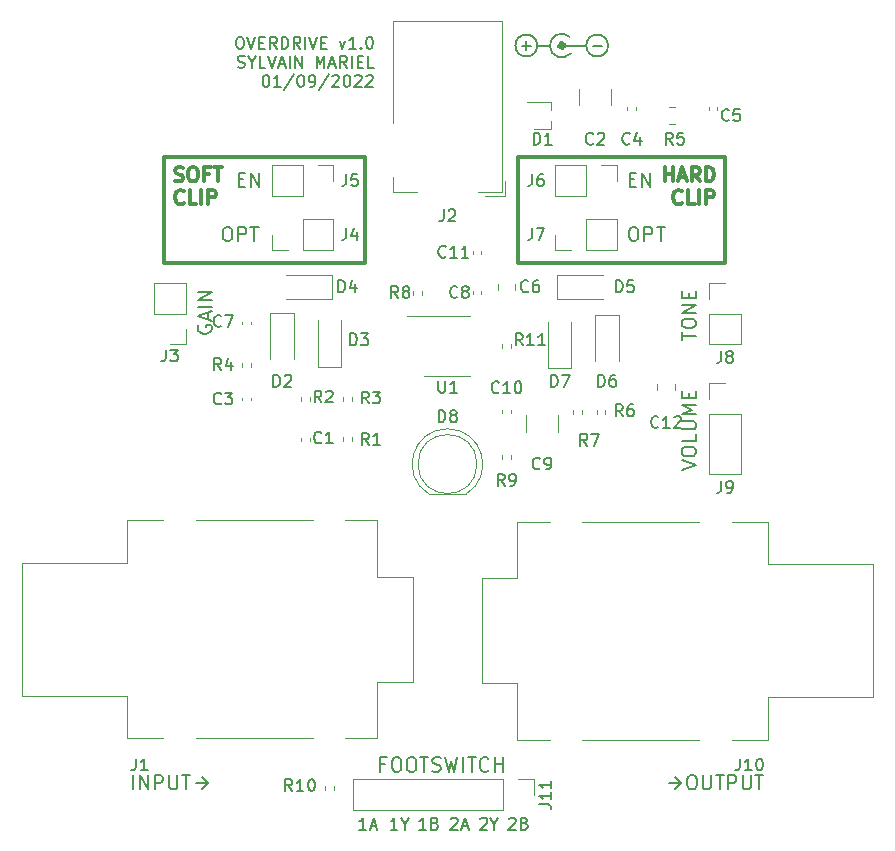
<source format=gbr>
%TF.GenerationSoftware,KiCad,Pcbnew,(6.0.7-1)-1*%
%TF.CreationDate,2022-12-18T15:37:26+01:00*%
%TF.ProjectId,overdrive,6f766572-6472-4697-9665-2e6b69636164,rev?*%
%TF.SameCoordinates,Original*%
%TF.FileFunction,Legend,Top*%
%TF.FilePolarity,Positive*%
%FSLAX46Y46*%
G04 Gerber Fmt 4.6, Leading zero omitted, Abs format (unit mm)*
G04 Created by KiCad (PCBNEW (6.0.7-1)-1) date 2022-12-18 15:37:26*
%MOMM*%
%LPD*%
G01*
G04 APERTURE LIST*
%ADD10C,0.200000*%
%ADD11C,0.150000*%
%ADD12C,0.300000*%
%ADD13C,0.120000*%
%ADD14C,0.500000*%
G04 APERTURE END LIST*
D10*
X96750000Y-115000000D02*
X97750000Y-115000000D01*
X57250000Y-115500000D02*
X57750000Y-115000000D01*
D11*
X57750000Y-115000000D02*
X57250000Y-114500000D01*
X97750000Y-115000000D02*
X97250000Y-114500000D01*
D10*
X57250000Y-114500000D02*
X57750000Y-115000000D01*
D12*
X84000000Y-62000000D02*
X101500000Y-62000000D01*
X101500000Y-62000000D02*
X101500000Y-71000000D01*
X101500000Y-71000000D02*
X84000000Y-71000000D01*
X84000000Y-71000000D02*
X84000000Y-62000000D01*
D10*
X56750000Y-115000000D02*
X57750000Y-115000000D01*
X97250000Y-114500000D02*
X97750000Y-115000000D01*
D12*
X54000000Y-62000000D02*
X71000000Y-62000000D01*
X71000000Y-62000000D02*
X71000000Y-71000000D01*
X71000000Y-71000000D02*
X54000000Y-71000000D01*
X54000000Y-71000000D02*
X54000000Y-62000000D01*
D10*
X97250000Y-115500000D02*
X97750000Y-115000000D01*
X93644285Y-67922857D02*
X93872857Y-67922857D01*
X93987142Y-67980000D01*
X94101428Y-68094285D01*
X94158571Y-68322857D01*
X94158571Y-68722857D01*
X94101428Y-68951428D01*
X93987142Y-69065714D01*
X93872857Y-69122857D01*
X93644285Y-69122857D01*
X93530000Y-69065714D01*
X93415714Y-68951428D01*
X93358571Y-68722857D01*
X93358571Y-68322857D01*
X93415714Y-68094285D01*
X93530000Y-67980000D01*
X93644285Y-67922857D01*
X94672857Y-69122857D02*
X94672857Y-67922857D01*
X95130000Y-67922857D01*
X95244285Y-67980000D01*
X95301428Y-68037142D01*
X95358571Y-68151428D01*
X95358571Y-68322857D01*
X95301428Y-68437142D01*
X95244285Y-68494285D01*
X95130000Y-68551428D01*
X94672857Y-68551428D01*
X95701428Y-67922857D02*
X96387142Y-67922857D01*
X96044285Y-69122857D02*
X96044285Y-67922857D01*
X78285714Y-118047619D02*
X78333333Y-118000000D01*
X78428571Y-117952380D01*
X78666666Y-117952380D01*
X78761904Y-118000000D01*
X78809523Y-118047619D01*
X78857142Y-118142857D01*
X78857142Y-118238095D01*
X78809523Y-118380952D01*
X78238095Y-118952380D01*
X78857142Y-118952380D01*
X79238095Y-118666666D02*
X79714285Y-118666666D01*
X79142857Y-118952380D02*
X79476190Y-117952380D01*
X79809523Y-118952380D01*
X60312857Y-63914285D02*
X60712857Y-63914285D01*
X60884285Y-64542857D02*
X60312857Y-64542857D01*
X60312857Y-63342857D01*
X60884285Y-63342857D01*
X61398571Y-64542857D02*
X61398571Y-63342857D01*
X62084285Y-64542857D01*
X62084285Y-63342857D01*
X80785714Y-118047619D02*
X80833333Y-118000000D01*
X80928571Y-117952380D01*
X81166666Y-117952380D01*
X81261904Y-118000000D01*
X81309523Y-118047619D01*
X81357142Y-118142857D01*
X81357142Y-118238095D01*
X81309523Y-118380952D01*
X80738095Y-118952380D01*
X81357142Y-118952380D01*
X81976190Y-118476190D02*
X81976190Y-118952380D01*
X81642857Y-117952380D02*
X81976190Y-118476190D01*
X82309523Y-117952380D01*
D12*
X54923571Y-64019714D02*
X55095000Y-64076857D01*
X55380714Y-64076857D01*
X55495000Y-64019714D01*
X55552142Y-63962571D01*
X55609285Y-63848285D01*
X55609285Y-63734000D01*
X55552142Y-63619714D01*
X55495000Y-63562571D01*
X55380714Y-63505428D01*
X55152142Y-63448285D01*
X55037857Y-63391142D01*
X54980714Y-63334000D01*
X54923571Y-63219714D01*
X54923571Y-63105428D01*
X54980714Y-62991142D01*
X55037857Y-62934000D01*
X55152142Y-62876857D01*
X55437857Y-62876857D01*
X55609285Y-62934000D01*
X56352142Y-62876857D02*
X56580714Y-62876857D01*
X56695000Y-62934000D01*
X56809285Y-63048285D01*
X56866428Y-63276857D01*
X56866428Y-63676857D01*
X56809285Y-63905428D01*
X56695000Y-64019714D01*
X56580714Y-64076857D01*
X56352142Y-64076857D01*
X56237857Y-64019714D01*
X56123571Y-63905428D01*
X56066428Y-63676857D01*
X56066428Y-63276857D01*
X56123571Y-63048285D01*
X56237857Y-62934000D01*
X56352142Y-62876857D01*
X57780714Y-63448285D02*
X57380714Y-63448285D01*
X57380714Y-64076857D02*
X57380714Y-62876857D01*
X57952142Y-62876857D01*
X58237857Y-62876857D02*
X58923571Y-62876857D01*
X58580714Y-64076857D02*
X58580714Y-62876857D01*
X55666428Y-65894571D02*
X55609285Y-65951714D01*
X55437857Y-66008857D01*
X55323571Y-66008857D01*
X55152142Y-65951714D01*
X55037857Y-65837428D01*
X54980714Y-65723142D01*
X54923571Y-65494571D01*
X54923571Y-65323142D01*
X54980714Y-65094571D01*
X55037857Y-64980285D01*
X55152142Y-64866000D01*
X55323571Y-64808857D01*
X55437857Y-64808857D01*
X55609285Y-64866000D01*
X55666428Y-64923142D01*
X56752142Y-66008857D02*
X56180714Y-66008857D01*
X56180714Y-64808857D01*
X57152142Y-66008857D02*
X57152142Y-64808857D01*
X57723571Y-66008857D02*
X57723571Y-64808857D01*
X58180714Y-64808857D01*
X58295000Y-64866000D01*
X58352142Y-64923142D01*
X58409285Y-65037428D01*
X58409285Y-65208857D01*
X58352142Y-65323142D01*
X58295000Y-65380285D01*
X58180714Y-65437428D01*
X57723571Y-65437428D01*
D10*
X93415714Y-63914285D02*
X93815714Y-63914285D01*
X93987142Y-64542857D02*
X93415714Y-64542857D01*
X93415714Y-63342857D01*
X93987142Y-63342857D01*
X94501428Y-64542857D02*
X94501428Y-63342857D01*
X95187142Y-64542857D01*
X95187142Y-63342857D01*
X71124142Y-118952380D02*
X70552714Y-118952380D01*
X70838428Y-118952380D02*
X70838428Y-117952380D01*
X70743190Y-118095238D01*
X70647952Y-118190476D01*
X70552714Y-118238095D01*
X71505095Y-118666666D02*
X71981285Y-118666666D01*
X71409857Y-118952380D02*
X71743190Y-117952380D01*
X72076523Y-118952380D01*
X83214285Y-118047619D02*
X83261904Y-118000000D01*
X83357142Y-117952380D01*
X83595238Y-117952380D01*
X83690476Y-118000000D01*
X83738095Y-118047619D01*
X83785714Y-118142857D01*
X83785714Y-118238095D01*
X83738095Y-118380952D01*
X83166666Y-118952380D01*
X83785714Y-118952380D01*
X84547619Y-118428571D02*
X84690476Y-118476190D01*
X84738095Y-118523809D01*
X84785714Y-118619047D01*
X84785714Y-118761904D01*
X84738095Y-118857142D01*
X84690476Y-118904761D01*
X84595238Y-118952380D01*
X84214285Y-118952380D01*
X84214285Y-117952380D01*
X84547619Y-117952380D01*
X84642857Y-118000000D01*
X84690476Y-118047619D01*
X84738095Y-118142857D01*
X84738095Y-118238095D01*
X84690476Y-118333333D01*
X84642857Y-118380952D01*
X84547619Y-118428571D01*
X84214285Y-118428571D01*
X97842857Y-88487142D02*
X99042857Y-88087142D01*
X97842857Y-87687142D01*
X97842857Y-87058571D02*
X97842857Y-86830000D01*
X97900000Y-86715714D01*
X98014285Y-86601428D01*
X98242857Y-86544285D01*
X98642857Y-86544285D01*
X98871428Y-86601428D01*
X98985714Y-86715714D01*
X99042857Y-86830000D01*
X99042857Y-87058571D01*
X98985714Y-87172857D01*
X98871428Y-87287142D01*
X98642857Y-87344285D01*
X98242857Y-87344285D01*
X98014285Y-87287142D01*
X97900000Y-87172857D01*
X97842857Y-87058571D01*
X99042857Y-85458571D02*
X99042857Y-86030000D01*
X97842857Y-86030000D01*
X97842857Y-85058571D02*
X98814285Y-85058571D01*
X98928571Y-85001428D01*
X98985714Y-84944285D01*
X99042857Y-84830000D01*
X99042857Y-84601428D01*
X98985714Y-84487142D01*
X98928571Y-84430000D01*
X98814285Y-84372857D01*
X97842857Y-84372857D01*
X99042857Y-83801428D02*
X97842857Y-83801428D01*
X98700000Y-83401428D01*
X97842857Y-83001428D01*
X99042857Y-83001428D01*
X98414285Y-82430000D02*
X98414285Y-82030000D01*
X99042857Y-81858571D02*
X99042857Y-82430000D01*
X97842857Y-82430000D01*
X97842857Y-81858571D01*
X72728571Y-113414285D02*
X72328571Y-113414285D01*
X72328571Y-114042857D02*
X72328571Y-112842857D01*
X72900000Y-112842857D01*
X73585714Y-112842857D02*
X73814285Y-112842857D01*
X73928571Y-112900000D01*
X74042857Y-113014285D01*
X74100000Y-113242857D01*
X74100000Y-113642857D01*
X74042857Y-113871428D01*
X73928571Y-113985714D01*
X73814285Y-114042857D01*
X73585714Y-114042857D01*
X73471428Y-113985714D01*
X73357142Y-113871428D01*
X73300000Y-113642857D01*
X73300000Y-113242857D01*
X73357142Y-113014285D01*
X73471428Y-112900000D01*
X73585714Y-112842857D01*
X74842857Y-112842857D02*
X75071428Y-112842857D01*
X75185714Y-112900000D01*
X75300000Y-113014285D01*
X75357142Y-113242857D01*
X75357142Y-113642857D01*
X75300000Y-113871428D01*
X75185714Y-113985714D01*
X75071428Y-114042857D01*
X74842857Y-114042857D01*
X74728571Y-113985714D01*
X74614285Y-113871428D01*
X74557142Y-113642857D01*
X74557142Y-113242857D01*
X74614285Y-113014285D01*
X74728571Y-112900000D01*
X74842857Y-112842857D01*
X75700000Y-112842857D02*
X76385714Y-112842857D01*
X76042857Y-114042857D02*
X76042857Y-112842857D01*
X76728571Y-113985714D02*
X76900000Y-114042857D01*
X77185714Y-114042857D01*
X77300000Y-113985714D01*
X77357142Y-113928571D01*
X77414285Y-113814285D01*
X77414285Y-113700000D01*
X77357142Y-113585714D01*
X77300000Y-113528571D01*
X77185714Y-113471428D01*
X76957142Y-113414285D01*
X76842857Y-113357142D01*
X76785714Y-113300000D01*
X76728571Y-113185714D01*
X76728571Y-113071428D01*
X76785714Y-112957142D01*
X76842857Y-112900000D01*
X76957142Y-112842857D01*
X77242857Y-112842857D01*
X77414285Y-112900000D01*
X77814285Y-112842857D02*
X78100000Y-114042857D01*
X78328571Y-113185714D01*
X78557142Y-114042857D01*
X78842857Y-112842857D01*
X79300000Y-114042857D02*
X79300000Y-112842857D01*
X79700000Y-112842857D02*
X80385714Y-112842857D01*
X80042857Y-114042857D02*
X80042857Y-112842857D01*
X81471428Y-113928571D02*
X81414285Y-113985714D01*
X81242857Y-114042857D01*
X81128571Y-114042857D01*
X80957142Y-113985714D01*
X80842857Y-113871428D01*
X80785714Y-113757142D01*
X80728571Y-113528571D01*
X80728571Y-113357142D01*
X80785714Y-113128571D01*
X80842857Y-113014285D01*
X80957142Y-112900000D01*
X81128571Y-112842857D01*
X81242857Y-112842857D01*
X81414285Y-112900000D01*
X81471428Y-112957142D01*
X81985714Y-114042857D02*
X81985714Y-112842857D01*
X81985714Y-113414285D02*
X82671428Y-113414285D01*
X82671428Y-114042857D02*
X82671428Y-112842857D01*
X97842857Y-77530000D02*
X97842857Y-76844285D01*
X99042857Y-77187142D02*
X97842857Y-77187142D01*
X97842857Y-76215714D02*
X97842857Y-75987142D01*
X97900000Y-75872857D01*
X98014285Y-75758571D01*
X98242857Y-75701428D01*
X98642857Y-75701428D01*
X98871428Y-75758571D01*
X98985714Y-75872857D01*
X99042857Y-75987142D01*
X99042857Y-76215714D01*
X98985714Y-76330000D01*
X98871428Y-76444285D01*
X98642857Y-76501428D01*
X98242857Y-76501428D01*
X98014285Y-76444285D01*
X97900000Y-76330000D01*
X97842857Y-76215714D01*
X99042857Y-75187142D02*
X97842857Y-75187142D01*
X99042857Y-74501428D01*
X97842857Y-74501428D01*
X98414285Y-73930000D02*
X98414285Y-73530000D01*
X99042857Y-73358571D02*
X99042857Y-73930000D01*
X97842857Y-73930000D01*
X97842857Y-73358571D01*
D12*
X96405000Y-64076857D02*
X96405000Y-62876857D01*
X96405000Y-63448285D02*
X97090714Y-63448285D01*
X97090714Y-64076857D02*
X97090714Y-62876857D01*
X97605000Y-63734000D02*
X98176428Y-63734000D01*
X97490714Y-64076857D02*
X97890714Y-62876857D01*
X98290714Y-64076857D01*
X99376428Y-64076857D02*
X98976428Y-63505428D01*
X98690714Y-64076857D02*
X98690714Y-62876857D01*
X99147857Y-62876857D01*
X99262142Y-62934000D01*
X99319285Y-62991142D01*
X99376428Y-63105428D01*
X99376428Y-63276857D01*
X99319285Y-63391142D01*
X99262142Y-63448285D01*
X99147857Y-63505428D01*
X98690714Y-63505428D01*
X99890714Y-64076857D02*
X99890714Y-62876857D01*
X100176428Y-62876857D01*
X100347857Y-62934000D01*
X100462142Y-63048285D01*
X100519285Y-63162571D01*
X100576428Y-63391142D01*
X100576428Y-63562571D01*
X100519285Y-63791142D01*
X100462142Y-63905428D01*
X100347857Y-64019714D01*
X100176428Y-64076857D01*
X99890714Y-64076857D01*
X97833571Y-65894571D02*
X97776428Y-65951714D01*
X97605000Y-66008857D01*
X97490714Y-66008857D01*
X97319285Y-65951714D01*
X97205000Y-65837428D01*
X97147857Y-65723142D01*
X97090714Y-65494571D01*
X97090714Y-65323142D01*
X97147857Y-65094571D01*
X97205000Y-64980285D01*
X97319285Y-64866000D01*
X97490714Y-64808857D01*
X97605000Y-64808857D01*
X97776428Y-64866000D01*
X97833571Y-64923142D01*
X98919285Y-66008857D02*
X98347857Y-66008857D01*
X98347857Y-64808857D01*
X99319285Y-66008857D02*
X99319285Y-64808857D01*
X99890714Y-66008857D02*
X99890714Y-64808857D01*
X100347857Y-64808857D01*
X100462142Y-64866000D01*
X100519285Y-64923142D01*
X100576428Y-65037428D01*
X100576428Y-65208857D01*
X100519285Y-65323142D01*
X100462142Y-65380285D01*
X100347857Y-65437428D01*
X99890714Y-65437428D01*
D10*
X59262857Y-67922857D02*
X59491428Y-67922857D01*
X59605714Y-67980000D01*
X59720000Y-68094285D01*
X59777142Y-68322857D01*
X59777142Y-68722857D01*
X59720000Y-68951428D01*
X59605714Y-69065714D01*
X59491428Y-69122857D01*
X59262857Y-69122857D01*
X59148571Y-69065714D01*
X59034285Y-68951428D01*
X58977142Y-68722857D01*
X58977142Y-68322857D01*
X59034285Y-68094285D01*
X59148571Y-67980000D01*
X59262857Y-67922857D01*
X60291428Y-69122857D02*
X60291428Y-67922857D01*
X60748571Y-67922857D01*
X60862857Y-67980000D01*
X60920000Y-68037142D01*
X60977142Y-68151428D01*
X60977142Y-68322857D01*
X60920000Y-68437142D01*
X60862857Y-68494285D01*
X60748571Y-68551428D01*
X60291428Y-68551428D01*
X61320000Y-67922857D02*
X62005714Y-67922857D01*
X61662857Y-69122857D02*
X61662857Y-67922857D01*
X98584285Y-114342857D02*
X98812857Y-114342857D01*
X98927142Y-114400000D01*
X99041428Y-114514285D01*
X99098571Y-114742857D01*
X99098571Y-115142857D01*
X99041428Y-115371428D01*
X98927142Y-115485714D01*
X98812857Y-115542857D01*
X98584285Y-115542857D01*
X98470000Y-115485714D01*
X98355714Y-115371428D01*
X98298571Y-115142857D01*
X98298571Y-114742857D01*
X98355714Y-114514285D01*
X98470000Y-114400000D01*
X98584285Y-114342857D01*
X99612857Y-114342857D02*
X99612857Y-115314285D01*
X99670000Y-115428571D01*
X99727142Y-115485714D01*
X99841428Y-115542857D01*
X100070000Y-115542857D01*
X100184285Y-115485714D01*
X100241428Y-115428571D01*
X100298571Y-115314285D01*
X100298571Y-114342857D01*
X100698571Y-114342857D02*
X101384285Y-114342857D01*
X101041428Y-115542857D02*
X101041428Y-114342857D01*
X101784285Y-115542857D02*
X101784285Y-114342857D01*
X102241428Y-114342857D01*
X102355714Y-114400000D01*
X102412857Y-114457142D01*
X102470000Y-114571428D01*
X102470000Y-114742857D01*
X102412857Y-114857142D01*
X102355714Y-114914285D01*
X102241428Y-114971428D01*
X101784285Y-114971428D01*
X102984285Y-114342857D02*
X102984285Y-115314285D01*
X103041428Y-115428571D01*
X103098571Y-115485714D01*
X103212857Y-115542857D01*
X103441428Y-115542857D01*
X103555714Y-115485714D01*
X103612857Y-115428571D01*
X103670000Y-115314285D01*
X103670000Y-114342857D01*
X104070000Y-114342857D02*
X104755714Y-114342857D01*
X104412857Y-115542857D02*
X104412857Y-114342857D01*
X56900000Y-76272857D02*
X56842857Y-76387142D01*
X56842857Y-76558571D01*
X56900000Y-76730000D01*
X57014285Y-76844285D01*
X57128571Y-76901428D01*
X57357142Y-76958571D01*
X57528571Y-76958571D01*
X57757142Y-76901428D01*
X57871428Y-76844285D01*
X57985714Y-76730000D01*
X58042857Y-76558571D01*
X58042857Y-76444285D01*
X57985714Y-76272857D01*
X57928571Y-76215714D01*
X57528571Y-76215714D01*
X57528571Y-76444285D01*
X57700000Y-75758571D02*
X57700000Y-75187142D01*
X58042857Y-75872857D02*
X56842857Y-75472857D01*
X58042857Y-75072857D01*
X58042857Y-74672857D02*
X56842857Y-74672857D01*
X58042857Y-74101428D02*
X56842857Y-74101428D01*
X58042857Y-73415714D01*
X56842857Y-73415714D01*
X76185714Y-118952380D02*
X75614285Y-118952380D01*
X75900000Y-118952380D02*
X75900000Y-117952380D01*
X75804761Y-118095238D01*
X75709523Y-118190476D01*
X75614285Y-118238095D01*
X76947619Y-118428571D02*
X77090476Y-118476190D01*
X77138095Y-118523809D01*
X77185714Y-118619047D01*
X77185714Y-118761904D01*
X77138095Y-118857142D01*
X77090476Y-118904761D01*
X76995238Y-118952380D01*
X76614285Y-118952380D01*
X76614285Y-117952380D01*
X76947619Y-117952380D01*
X77042857Y-118000000D01*
X77090476Y-118047619D01*
X77138095Y-118142857D01*
X77138095Y-118238095D01*
X77090476Y-118333333D01*
X77042857Y-118380952D01*
X76947619Y-118428571D01*
X76614285Y-118428571D01*
X60346190Y-51842380D02*
X60536666Y-51842380D01*
X60631904Y-51890000D01*
X60727142Y-51985238D01*
X60774761Y-52175714D01*
X60774761Y-52509047D01*
X60727142Y-52699523D01*
X60631904Y-52794761D01*
X60536666Y-52842380D01*
X60346190Y-52842380D01*
X60250952Y-52794761D01*
X60155714Y-52699523D01*
X60108095Y-52509047D01*
X60108095Y-52175714D01*
X60155714Y-51985238D01*
X60250952Y-51890000D01*
X60346190Y-51842380D01*
X61060476Y-51842380D02*
X61393809Y-52842380D01*
X61727142Y-51842380D01*
X62060476Y-52318571D02*
X62393809Y-52318571D01*
X62536666Y-52842380D02*
X62060476Y-52842380D01*
X62060476Y-51842380D01*
X62536666Y-51842380D01*
X63536666Y-52842380D02*
X63203333Y-52366190D01*
X62965238Y-52842380D02*
X62965238Y-51842380D01*
X63346190Y-51842380D01*
X63441428Y-51890000D01*
X63489047Y-51937619D01*
X63536666Y-52032857D01*
X63536666Y-52175714D01*
X63489047Y-52270952D01*
X63441428Y-52318571D01*
X63346190Y-52366190D01*
X62965238Y-52366190D01*
X63965238Y-52842380D02*
X63965238Y-51842380D01*
X64203333Y-51842380D01*
X64346190Y-51890000D01*
X64441428Y-51985238D01*
X64489047Y-52080476D01*
X64536666Y-52270952D01*
X64536666Y-52413809D01*
X64489047Y-52604285D01*
X64441428Y-52699523D01*
X64346190Y-52794761D01*
X64203333Y-52842380D01*
X63965238Y-52842380D01*
X65536666Y-52842380D02*
X65203333Y-52366190D01*
X64965238Y-52842380D02*
X64965238Y-51842380D01*
X65346190Y-51842380D01*
X65441428Y-51890000D01*
X65489047Y-51937619D01*
X65536666Y-52032857D01*
X65536666Y-52175714D01*
X65489047Y-52270952D01*
X65441428Y-52318571D01*
X65346190Y-52366190D01*
X64965238Y-52366190D01*
X65965238Y-52842380D02*
X65965238Y-51842380D01*
X66298571Y-51842380D02*
X66631904Y-52842380D01*
X66965238Y-51842380D01*
X67298571Y-52318571D02*
X67631904Y-52318571D01*
X67774761Y-52842380D02*
X67298571Y-52842380D01*
X67298571Y-51842380D01*
X67774761Y-51842380D01*
X68870000Y-52175714D02*
X69108095Y-52842380D01*
X69346190Y-52175714D01*
X70250952Y-52842380D02*
X69679523Y-52842380D01*
X69965238Y-52842380D02*
X69965238Y-51842380D01*
X69870000Y-51985238D01*
X69774761Y-52080476D01*
X69679523Y-52128095D01*
X70679523Y-52747142D02*
X70727142Y-52794761D01*
X70679523Y-52842380D01*
X70631904Y-52794761D01*
X70679523Y-52747142D01*
X70679523Y-52842380D01*
X71346190Y-51842380D02*
X71441428Y-51842380D01*
X71536666Y-51890000D01*
X71584285Y-51937619D01*
X71631904Y-52032857D01*
X71679523Y-52223333D01*
X71679523Y-52461428D01*
X71631904Y-52651904D01*
X71584285Y-52747142D01*
X71536666Y-52794761D01*
X71441428Y-52842380D01*
X71346190Y-52842380D01*
X71250952Y-52794761D01*
X71203333Y-52747142D01*
X71155714Y-52651904D01*
X71108095Y-52461428D01*
X71108095Y-52223333D01*
X71155714Y-52032857D01*
X71203333Y-51937619D01*
X71250952Y-51890000D01*
X71346190Y-51842380D01*
X60250952Y-54404761D02*
X60393809Y-54452380D01*
X60631904Y-54452380D01*
X60727142Y-54404761D01*
X60774761Y-54357142D01*
X60822380Y-54261904D01*
X60822380Y-54166666D01*
X60774761Y-54071428D01*
X60727142Y-54023809D01*
X60631904Y-53976190D01*
X60441428Y-53928571D01*
X60346190Y-53880952D01*
X60298571Y-53833333D01*
X60250952Y-53738095D01*
X60250952Y-53642857D01*
X60298571Y-53547619D01*
X60346190Y-53500000D01*
X60441428Y-53452380D01*
X60679523Y-53452380D01*
X60822380Y-53500000D01*
X61441428Y-53976190D02*
X61441428Y-54452380D01*
X61108095Y-53452380D02*
X61441428Y-53976190D01*
X61774761Y-53452380D01*
X62584285Y-54452380D02*
X62108095Y-54452380D01*
X62108095Y-53452380D01*
X62774761Y-53452380D02*
X63108095Y-54452380D01*
X63441428Y-53452380D01*
X63727142Y-54166666D02*
X64203333Y-54166666D01*
X63631904Y-54452380D02*
X63965238Y-53452380D01*
X64298571Y-54452380D01*
X64631904Y-54452380D02*
X64631904Y-53452380D01*
X65108095Y-54452380D02*
X65108095Y-53452380D01*
X65679523Y-54452380D01*
X65679523Y-53452380D01*
X66917619Y-54452380D02*
X66917619Y-53452380D01*
X67250952Y-54166666D01*
X67584285Y-53452380D01*
X67584285Y-54452380D01*
X68012857Y-54166666D02*
X68489047Y-54166666D01*
X67917619Y-54452380D02*
X68250952Y-53452380D01*
X68584285Y-54452380D01*
X69489047Y-54452380D02*
X69155714Y-53976190D01*
X68917619Y-54452380D02*
X68917619Y-53452380D01*
X69298571Y-53452380D01*
X69393809Y-53500000D01*
X69441428Y-53547619D01*
X69489047Y-53642857D01*
X69489047Y-53785714D01*
X69441428Y-53880952D01*
X69393809Y-53928571D01*
X69298571Y-53976190D01*
X68917619Y-53976190D01*
X69917619Y-54452380D02*
X69917619Y-53452380D01*
X70393809Y-53928571D02*
X70727142Y-53928571D01*
X70870000Y-54452380D02*
X70393809Y-54452380D01*
X70393809Y-53452380D01*
X70870000Y-53452380D01*
X71774761Y-54452380D02*
X71298571Y-54452380D01*
X71298571Y-53452380D01*
X62584285Y-55062380D02*
X62679523Y-55062380D01*
X62774761Y-55110000D01*
X62822380Y-55157619D01*
X62870000Y-55252857D01*
X62917619Y-55443333D01*
X62917619Y-55681428D01*
X62870000Y-55871904D01*
X62822380Y-55967142D01*
X62774761Y-56014761D01*
X62679523Y-56062380D01*
X62584285Y-56062380D01*
X62489047Y-56014761D01*
X62441428Y-55967142D01*
X62393809Y-55871904D01*
X62346190Y-55681428D01*
X62346190Y-55443333D01*
X62393809Y-55252857D01*
X62441428Y-55157619D01*
X62489047Y-55110000D01*
X62584285Y-55062380D01*
X63870000Y-56062380D02*
X63298571Y-56062380D01*
X63584285Y-56062380D02*
X63584285Y-55062380D01*
X63489047Y-55205238D01*
X63393809Y-55300476D01*
X63298571Y-55348095D01*
X65012857Y-55014761D02*
X64155714Y-56300476D01*
X65536666Y-55062380D02*
X65631904Y-55062380D01*
X65727142Y-55110000D01*
X65774761Y-55157619D01*
X65822380Y-55252857D01*
X65870000Y-55443333D01*
X65870000Y-55681428D01*
X65822380Y-55871904D01*
X65774761Y-55967142D01*
X65727142Y-56014761D01*
X65631904Y-56062380D01*
X65536666Y-56062380D01*
X65441428Y-56014761D01*
X65393809Y-55967142D01*
X65346190Y-55871904D01*
X65298571Y-55681428D01*
X65298571Y-55443333D01*
X65346190Y-55252857D01*
X65393809Y-55157619D01*
X65441428Y-55110000D01*
X65536666Y-55062380D01*
X66346190Y-56062380D02*
X66536666Y-56062380D01*
X66631904Y-56014761D01*
X66679523Y-55967142D01*
X66774761Y-55824285D01*
X66822380Y-55633809D01*
X66822380Y-55252857D01*
X66774761Y-55157619D01*
X66727142Y-55110000D01*
X66631904Y-55062380D01*
X66441428Y-55062380D01*
X66346190Y-55110000D01*
X66298571Y-55157619D01*
X66250952Y-55252857D01*
X66250952Y-55490952D01*
X66298571Y-55586190D01*
X66346190Y-55633809D01*
X66441428Y-55681428D01*
X66631904Y-55681428D01*
X66727142Y-55633809D01*
X66774761Y-55586190D01*
X66822380Y-55490952D01*
X67965238Y-55014761D02*
X67108095Y-56300476D01*
X68250952Y-55157619D02*
X68298571Y-55110000D01*
X68393809Y-55062380D01*
X68631904Y-55062380D01*
X68727142Y-55110000D01*
X68774761Y-55157619D01*
X68822380Y-55252857D01*
X68822380Y-55348095D01*
X68774761Y-55490952D01*
X68203333Y-56062380D01*
X68822380Y-56062380D01*
X69441428Y-55062380D02*
X69536666Y-55062380D01*
X69631904Y-55110000D01*
X69679523Y-55157619D01*
X69727142Y-55252857D01*
X69774761Y-55443333D01*
X69774761Y-55681428D01*
X69727142Y-55871904D01*
X69679523Y-55967142D01*
X69631904Y-56014761D01*
X69536666Y-56062380D01*
X69441428Y-56062380D01*
X69346190Y-56014761D01*
X69298571Y-55967142D01*
X69250952Y-55871904D01*
X69203333Y-55681428D01*
X69203333Y-55443333D01*
X69250952Y-55252857D01*
X69298571Y-55157619D01*
X69346190Y-55110000D01*
X69441428Y-55062380D01*
X70155714Y-55157619D02*
X70203333Y-55110000D01*
X70298571Y-55062380D01*
X70536666Y-55062380D01*
X70631904Y-55110000D01*
X70679523Y-55157619D01*
X70727142Y-55252857D01*
X70727142Y-55348095D01*
X70679523Y-55490952D01*
X70108095Y-56062380D01*
X70727142Y-56062380D01*
X71108095Y-55157619D02*
X71155714Y-55110000D01*
X71250952Y-55062380D01*
X71489047Y-55062380D01*
X71584285Y-55110000D01*
X71631904Y-55157619D01*
X71679523Y-55252857D01*
X71679523Y-55348095D01*
X71631904Y-55490952D01*
X71060476Y-56062380D01*
X71679523Y-56062380D01*
D11*
X90294047Y-52571428D02*
X91055952Y-52571428D01*
D10*
X51415714Y-115542857D02*
X51415714Y-114342857D01*
X51987142Y-115542857D02*
X51987142Y-114342857D01*
X52672857Y-115542857D01*
X52672857Y-114342857D01*
X53244285Y-115542857D02*
X53244285Y-114342857D01*
X53701428Y-114342857D01*
X53815714Y-114400000D01*
X53872857Y-114457142D01*
X53930000Y-114571428D01*
X53930000Y-114742857D01*
X53872857Y-114857142D01*
X53815714Y-114914285D01*
X53701428Y-114971428D01*
X53244285Y-114971428D01*
X54444285Y-114342857D02*
X54444285Y-115314285D01*
X54501428Y-115428571D01*
X54558571Y-115485714D01*
X54672857Y-115542857D01*
X54901428Y-115542857D01*
X55015714Y-115485714D01*
X55072857Y-115428571D01*
X55130000Y-115314285D01*
X55130000Y-114342857D01*
X55530000Y-114342857D02*
X56215714Y-114342857D01*
X55872857Y-115542857D02*
X55872857Y-114342857D01*
X73757142Y-118952380D02*
X73185714Y-118952380D01*
X73471428Y-118952380D02*
X73471428Y-117952380D01*
X73376190Y-118095238D01*
X73280952Y-118190476D01*
X73185714Y-118238095D01*
X74376190Y-118476190D02*
X74376190Y-118952380D01*
X74042857Y-117952380D02*
X74376190Y-118476190D01*
X74709523Y-117952380D01*
D11*
X84294047Y-52571428D02*
X85055952Y-52571428D01*
X84675000Y-52952380D02*
X84675000Y-52190476D01*
%TO.C,D4*%
X68761904Y-73452380D02*
X68761904Y-72452380D01*
X69000000Y-72452380D01*
X69142857Y-72500000D01*
X69238095Y-72595238D01*
X69285714Y-72690476D01*
X69333333Y-72880952D01*
X69333333Y-73023809D01*
X69285714Y-73214285D01*
X69238095Y-73309523D01*
X69142857Y-73404761D01*
X69000000Y-73452380D01*
X68761904Y-73452380D01*
X70190476Y-72785714D02*
X70190476Y-73452380D01*
X69952380Y-72404761D02*
X69714285Y-73119047D01*
X70333333Y-73119047D01*
%TO.C,J6*%
X85166666Y-63452380D02*
X85166666Y-64166666D01*
X85119047Y-64309523D01*
X85023809Y-64404761D01*
X84880952Y-64452380D01*
X84785714Y-64452380D01*
X86071428Y-63452380D02*
X85880952Y-63452380D01*
X85785714Y-63500000D01*
X85738095Y-63547619D01*
X85642857Y-63690476D01*
X85595238Y-63880952D01*
X85595238Y-64261904D01*
X85642857Y-64357142D01*
X85690476Y-64404761D01*
X85785714Y-64452380D01*
X85976190Y-64452380D01*
X86071428Y-64404761D01*
X86119047Y-64357142D01*
X86166666Y-64261904D01*
X86166666Y-64023809D01*
X86119047Y-63928571D01*
X86071428Y-63880952D01*
X85976190Y-63833333D01*
X85785714Y-63833333D01*
X85690476Y-63880952D01*
X85642857Y-63928571D01*
X85595238Y-64023809D01*
%TO.C,R6*%
X92833333Y-83952380D02*
X92500000Y-83476190D01*
X92261904Y-83952380D02*
X92261904Y-82952380D01*
X92642857Y-82952380D01*
X92738095Y-83000000D01*
X92785714Y-83047619D01*
X92833333Y-83142857D01*
X92833333Y-83285714D01*
X92785714Y-83380952D01*
X92738095Y-83428571D01*
X92642857Y-83476190D01*
X92261904Y-83476190D01*
X93690476Y-82952380D02*
X93500000Y-82952380D01*
X93404761Y-83000000D01*
X93357142Y-83047619D01*
X93261904Y-83190476D01*
X93214285Y-83380952D01*
X93214285Y-83761904D01*
X93261904Y-83857142D01*
X93309523Y-83904761D01*
X93404761Y-83952380D01*
X93595238Y-83952380D01*
X93690476Y-83904761D01*
X93738095Y-83857142D01*
X93785714Y-83761904D01*
X93785714Y-83523809D01*
X93738095Y-83428571D01*
X93690476Y-83380952D01*
X93595238Y-83333333D01*
X93404761Y-83333333D01*
X93309523Y-83380952D01*
X93261904Y-83428571D01*
X93214285Y-83523809D01*
%TO.C,J2*%
X77666666Y-66452380D02*
X77666666Y-67166666D01*
X77619047Y-67309523D01*
X77523809Y-67404761D01*
X77380952Y-67452380D01*
X77285714Y-67452380D01*
X78095238Y-66547619D02*
X78142857Y-66500000D01*
X78238095Y-66452380D01*
X78476190Y-66452380D01*
X78571428Y-66500000D01*
X78619047Y-66547619D01*
X78666666Y-66642857D01*
X78666666Y-66738095D01*
X78619047Y-66880952D01*
X78047619Y-67452380D01*
X78666666Y-67452380D01*
%TO.C,C2*%
X90333333Y-60857142D02*
X90285714Y-60904761D01*
X90142857Y-60952380D01*
X90047619Y-60952380D01*
X89904761Y-60904761D01*
X89809523Y-60809523D01*
X89761904Y-60714285D01*
X89714285Y-60523809D01*
X89714285Y-60380952D01*
X89761904Y-60190476D01*
X89809523Y-60095238D01*
X89904761Y-60000000D01*
X90047619Y-59952380D01*
X90142857Y-59952380D01*
X90285714Y-60000000D01*
X90333333Y-60047619D01*
X90714285Y-60047619D02*
X90761904Y-60000000D01*
X90857142Y-59952380D01*
X91095238Y-59952380D01*
X91190476Y-60000000D01*
X91238095Y-60047619D01*
X91285714Y-60142857D01*
X91285714Y-60238095D01*
X91238095Y-60380952D01*
X90666666Y-60952380D01*
X91285714Y-60952380D01*
%TO.C,D2*%
X63261904Y-81452380D02*
X63261904Y-80452380D01*
X63500000Y-80452380D01*
X63642857Y-80500000D01*
X63738095Y-80595238D01*
X63785714Y-80690476D01*
X63833333Y-80880952D01*
X63833333Y-81023809D01*
X63785714Y-81214285D01*
X63738095Y-81309523D01*
X63642857Y-81404761D01*
X63500000Y-81452380D01*
X63261904Y-81452380D01*
X64214285Y-80547619D02*
X64261904Y-80500000D01*
X64357142Y-80452380D01*
X64595238Y-80452380D01*
X64690476Y-80500000D01*
X64738095Y-80547619D01*
X64785714Y-80642857D01*
X64785714Y-80738095D01*
X64738095Y-80880952D01*
X64166666Y-81452380D01*
X64785714Y-81452380D01*
%TO.C,R1*%
X71333333Y-86372380D02*
X71000000Y-85896190D01*
X70761904Y-86372380D02*
X70761904Y-85372380D01*
X71142857Y-85372380D01*
X71238095Y-85420000D01*
X71285714Y-85467619D01*
X71333333Y-85562857D01*
X71333333Y-85705714D01*
X71285714Y-85800952D01*
X71238095Y-85848571D01*
X71142857Y-85896190D01*
X70761904Y-85896190D01*
X72285714Y-86372380D02*
X71714285Y-86372380D01*
X72000000Y-86372380D02*
X72000000Y-85372380D01*
X71904761Y-85515238D01*
X71809523Y-85610476D01*
X71714285Y-85658095D01*
%TO.C,R7*%
X89833333Y-86452380D02*
X89500000Y-85976190D01*
X89261904Y-86452380D02*
X89261904Y-85452380D01*
X89642857Y-85452380D01*
X89738095Y-85500000D01*
X89785714Y-85547619D01*
X89833333Y-85642857D01*
X89833333Y-85785714D01*
X89785714Y-85880952D01*
X89738095Y-85928571D01*
X89642857Y-85976190D01*
X89261904Y-85976190D01*
X90166666Y-85452380D02*
X90833333Y-85452380D01*
X90404761Y-86452380D01*
%TO.C,R4*%
X58833333Y-80049880D02*
X58500000Y-79573690D01*
X58261904Y-80049880D02*
X58261904Y-79049880D01*
X58642857Y-79049880D01*
X58738095Y-79097500D01*
X58785714Y-79145119D01*
X58833333Y-79240357D01*
X58833333Y-79383214D01*
X58785714Y-79478452D01*
X58738095Y-79526071D01*
X58642857Y-79573690D01*
X58261904Y-79573690D01*
X59690476Y-79383214D02*
X59690476Y-80049880D01*
X59452380Y-79002261D02*
X59214285Y-79716547D01*
X59833333Y-79716547D01*
%TO.C,J5*%
X69416666Y-63452380D02*
X69416666Y-64166666D01*
X69369047Y-64309523D01*
X69273809Y-64404761D01*
X69130952Y-64452380D01*
X69035714Y-64452380D01*
X70369047Y-63452380D02*
X69892857Y-63452380D01*
X69845238Y-63928571D01*
X69892857Y-63880952D01*
X69988095Y-63833333D01*
X70226190Y-63833333D01*
X70321428Y-63880952D01*
X70369047Y-63928571D01*
X70416666Y-64023809D01*
X70416666Y-64261904D01*
X70369047Y-64357142D01*
X70321428Y-64404761D01*
X70226190Y-64452380D01*
X69988095Y-64452380D01*
X69892857Y-64404761D01*
X69845238Y-64357142D01*
%TO.C,J3*%
X54166666Y-78322380D02*
X54166666Y-79036666D01*
X54119047Y-79179523D01*
X54023809Y-79274761D01*
X53880952Y-79322380D01*
X53785714Y-79322380D01*
X54547619Y-78322380D02*
X55166666Y-78322380D01*
X54833333Y-78703333D01*
X54976190Y-78703333D01*
X55071428Y-78750952D01*
X55119047Y-78798571D01*
X55166666Y-78893809D01*
X55166666Y-79131904D01*
X55119047Y-79227142D01*
X55071428Y-79274761D01*
X54976190Y-79322380D01*
X54690476Y-79322380D01*
X54595238Y-79274761D01*
X54547619Y-79227142D01*
%TO.C,J1*%
X51621309Y-112952380D02*
X51621309Y-113666666D01*
X51573690Y-113809523D01*
X51478452Y-113904761D01*
X51335595Y-113952380D01*
X51240357Y-113952380D01*
X52621309Y-113952380D02*
X52049880Y-113952380D01*
X52335595Y-113952380D02*
X52335595Y-112952380D01*
X52240357Y-113095238D01*
X52145119Y-113190476D01*
X52049880Y-113238095D01*
%TO.C,C7*%
X58833333Y-76308807D02*
X58785714Y-76356426D01*
X58642857Y-76404045D01*
X58547619Y-76404045D01*
X58404761Y-76356426D01*
X58309523Y-76261188D01*
X58261904Y-76165950D01*
X58214285Y-75975474D01*
X58214285Y-75832617D01*
X58261904Y-75642141D01*
X58309523Y-75546903D01*
X58404761Y-75451665D01*
X58547619Y-75404045D01*
X58642857Y-75404045D01*
X58785714Y-75451665D01*
X58833333Y-75499284D01*
X59166666Y-75404045D02*
X59833333Y-75404045D01*
X59404761Y-76404045D01*
%TO.C,J11*%
X85782380Y-116809523D02*
X86496666Y-116809523D01*
X86639523Y-116857142D01*
X86734761Y-116952380D01*
X86782380Y-117095238D01*
X86782380Y-117190476D01*
X86782380Y-115809523D02*
X86782380Y-116380952D01*
X86782380Y-116095238D02*
X85782380Y-116095238D01*
X85925238Y-116190476D01*
X86020476Y-116285714D01*
X86068095Y-116380952D01*
X86782380Y-114857142D02*
X86782380Y-115428571D01*
X86782380Y-115142857D02*
X85782380Y-115142857D01*
X85925238Y-115238095D01*
X86020476Y-115333333D01*
X86068095Y-115428571D01*
%TO.C,C1*%
X67333333Y-86161307D02*
X67285714Y-86208926D01*
X67142857Y-86256545D01*
X67047619Y-86256545D01*
X66904761Y-86208926D01*
X66809523Y-86113688D01*
X66761904Y-86018450D01*
X66714285Y-85827974D01*
X66714285Y-85685117D01*
X66761904Y-85494641D01*
X66809523Y-85399403D01*
X66904761Y-85304165D01*
X67047619Y-85256545D01*
X67142857Y-85256545D01*
X67285714Y-85304165D01*
X67333333Y-85351784D01*
X68285714Y-86256545D02*
X67714285Y-86256545D01*
X68000000Y-86256545D02*
X68000000Y-85256545D01*
X67904761Y-85399403D01*
X67809523Y-85494641D01*
X67714285Y-85542260D01*
%TO.C,C3*%
X58833333Y-82857142D02*
X58785714Y-82904761D01*
X58642857Y-82952380D01*
X58547619Y-82952380D01*
X58404761Y-82904761D01*
X58309523Y-82809523D01*
X58261904Y-82714285D01*
X58214285Y-82523809D01*
X58214285Y-82380952D01*
X58261904Y-82190476D01*
X58309523Y-82095238D01*
X58404761Y-82000000D01*
X58547619Y-81952380D01*
X58642857Y-81952380D01*
X58785714Y-82000000D01*
X58833333Y-82047619D01*
X59166666Y-81952380D02*
X59785714Y-81952380D01*
X59452380Y-82333333D01*
X59595238Y-82333333D01*
X59690476Y-82380952D01*
X59738095Y-82428571D01*
X59785714Y-82523809D01*
X59785714Y-82761904D01*
X59738095Y-82857142D01*
X59690476Y-82904761D01*
X59595238Y-82952380D01*
X59309523Y-82952380D01*
X59214285Y-82904761D01*
X59166666Y-82857142D01*
%TO.C,D3*%
X69761904Y-77952380D02*
X69761904Y-76952380D01*
X70000000Y-76952380D01*
X70142857Y-77000000D01*
X70238095Y-77095238D01*
X70285714Y-77190476D01*
X70333333Y-77380952D01*
X70333333Y-77523809D01*
X70285714Y-77714285D01*
X70238095Y-77809523D01*
X70142857Y-77904761D01*
X70000000Y-77952380D01*
X69761904Y-77952380D01*
X70666666Y-76952380D02*
X71285714Y-76952380D01*
X70952380Y-77333333D01*
X71095238Y-77333333D01*
X71190476Y-77380952D01*
X71238095Y-77428571D01*
X71285714Y-77523809D01*
X71285714Y-77761904D01*
X71238095Y-77857142D01*
X71190476Y-77904761D01*
X71095238Y-77952380D01*
X70809523Y-77952380D01*
X70714285Y-77904761D01*
X70666666Y-77857142D01*
%TO.C,C12*%
X95857142Y-84857142D02*
X95809523Y-84904761D01*
X95666666Y-84952380D01*
X95571428Y-84952380D01*
X95428571Y-84904761D01*
X95333333Y-84809523D01*
X95285714Y-84714285D01*
X95238095Y-84523809D01*
X95238095Y-84380952D01*
X95285714Y-84190476D01*
X95333333Y-84095238D01*
X95428571Y-84000000D01*
X95571428Y-83952380D01*
X95666666Y-83952380D01*
X95809523Y-84000000D01*
X95857142Y-84047619D01*
X96809523Y-84952380D02*
X96238095Y-84952380D01*
X96523809Y-84952380D02*
X96523809Y-83952380D01*
X96428571Y-84095238D01*
X96333333Y-84190476D01*
X96238095Y-84238095D01*
X97190476Y-84047619D02*
X97238095Y-84000000D01*
X97333333Y-83952380D01*
X97571428Y-83952380D01*
X97666666Y-84000000D01*
X97714285Y-84047619D01*
X97761904Y-84142857D01*
X97761904Y-84238095D01*
X97714285Y-84380952D01*
X97142857Y-84952380D01*
X97761904Y-84952380D01*
%TO.C,R11*%
X84357142Y-77952380D02*
X84023809Y-77476190D01*
X83785714Y-77952380D02*
X83785714Y-76952380D01*
X84166666Y-76952380D01*
X84261904Y-77000000D01*
X84309523Y-77047619D01*
X84357142Y-77142857D01*
X84357142Y-77285714D01*
X84309523Y-77380952D01*
X84261904Y-77428571D01*
X84166666Y-77476190D01*
X83785714Y-77476190D01*
X85309523Y-77952380D02*
X84738095Y-77952380D01*
X85023809Y-77952380D02*
X85023809Y-76952380D01*
X84928571Y-77095238D01*
X84833333Y-77190476D01*
X84738095Y-77238095D01*
X86261904Y-77952380D02*
X85690476Y-77952380D01*
X85976190Y-77952380D02*
X85976190Y-76952380D01*
X85880952Y-77095238D01*
X85785714Y-77190476D01*
X85690476Y-77238095D01*
%TO.C,D7*%
X86761904Y-81452380D02*
X86761904Y-80452380D01*
X87000000Y-80452380D01*
X87142857Y-80500000D01*
X87238095Y-80595238D01*
X87285714Y-80690476D01*
X87333333Y-80880952D01*
X87333333Y-81023809D01*
X87285714Y-81214285D01*
X87238095Y-81309523D01*
X87142857Y-81404761D01*
X87000000Y-81452380D01*
X86761904Y-81452380D01*
X87666666Y-80452380D02*
X88333333Y-80452380D01*
X87904761Y-81452380D01*
%TO.C,R2*%
X67333333Y-82784759D02*
X67000000Y-82308569D01*
X66761904Y-82784759D02*
X66761904Y-81784759D01*
X67142857Y-81784759D01*
X67238095Y-81832379D01*
X67285714Y-81879998D01*
X67333333Y-81975236D01*
X67333333Y-82118093D01*
X67285714Y-82213331D01*
X67238095Y-82260950D01*
X67142857Y-82308569D01*
X66761904Y-82308569D01*
X67714285Y-81879998D02*
X67761904Y-81832379D01*
X67857142Y-81784759D01*
X68095238Y-81784759D01*
X68190476Y-81832379D01*
X68238095Y-81879998D01*
X68285714Y-81975236D01*
X68285714Y-82070474D01*
X68238095Y-82213331D01*
X67666666Y-82784759D01*
X68285714Y-82784759D01*
%TO.C,R5*%
X97060397Y-60952380D02*
X96727064Y-60476190D01*
X96488968Y-60952380D02*
X96488968Y-59952380D01*
X96869921Y-59952380D01*
X96965159Y-60000000D01*
X97012778Y-60047619D01*
X97060397Y-60142857D01*
X97060397Y-60285714D01*
X97012778Y-60380952D01*
X96965159Y-60428571D01*
X96869921Y-60476190D01*
X96488968Y-60476190D01*
X97965159Y-59952380D02*
X97488968Y-59952380D01*
X97441349Y-60428571D01*
X97488968Y-60380952D01*
X97584206Y-60333333D01*
X97822302Y-60333333D01*
X97917540Y-60380952D01*
X97965159Y-60428571D01*
X98012778Y-60523809D01*
X98012778Y-60761904D01*
X97965159Y-60857142D01*
X97917540Y-60904761D01*
X97822302Y-60952380D01*
X97584206Y-60952380D01*
X97488968Y-60904761D01*
X97441349Y-60857142D01*
%TO.C,C8*%
X78833333Y-73857142D02*
X78785714Y-73904761D01*
X78642857Y-73952380D01*
X78547619Y-73952380D01*
X78404761Y-73904761D01*
X78309523Y-73809523D01*
X78261904Y-73714285D01*
X78214285Y-73523809D01*
X78214285Y-73380952D01*
X78261904Y-73190476D01*
X78309523Y-73095238D01*
X78404761Y-73000000D01*
X78547619Y-72952380D01*
X78642857Y-72952380D01*
X78785714Y-73000000D01*
X78833333Y-73047619D01*
X79404761Y-73380952D02*
X79309523Y-73333333D01*
X79261904Y-73285714D01*
X79214285Y-73190476D01*
X79214285Y-73142857D01*
X79261904Y-73047619D01*
X79309523Y-73000000D01*
X79404761Y-72952380D01*
X79595238Y-72952380D01*
X79690476Y-73000000D01*
X79738095Y-73047619D01*
X79785714Y-73142857D01*
X79785714Y-73190476D01*
X79738095Y-73285714D01*
X79690476Y-73333333D01*
X79595238Y-73380952D01*
X79404761Y-73380952D01*
X79309523Y-73428571D01*
X79261904Y-73476190D01*
X79214285Y-73571428D01*
X79214285Y-73761904D01*
X79261904Y-73857142D01*
X79309523Y-73904761D01*
X79404761Y-73952380D01*
X79595238Y-73952380D01*
X79690476Y-73904761D01*
X79738095Y-73857142D01*
X79785714Y-73761904D01*
X79785714Y-73571428D01*
X79738095Y-73476190D01*
X79690476Y-73428571D01*
X79595238Y-73380952D01*
%TO.C,R3*%
X71333333Y-82872380D02*
X71000000Y-82396190D01*
X70761904Y-82872380D02*
X70761904Y-81872380D01*
X71142857Y-81872380D01*
X71238095Y-81920000D01*
X71285714Y-81967619D01*
X71333333Y-82062857D01*
X71333333Y-82205714D01*
X71285714Y-82300952D01*
X71238095Y-82348571D01*
X71142857Y-82396190D01*
X70761904Y-82396190D01*
X71666666Y-81872380D02*
X72285714Y-81872380D01*
X71952380Y-82253333D01*
X72095238Y-82253333D01*
X72190476Y-82300952D01*
X72238095Y-82348571D01*
X72285714Y-82443809D01*
X72285714Y-82681904D01*
X72238095Y-82777142D01*
X72190476Y-82824761D01*
X72095238Y-82872380D01*
X71809523Y-82872380D01*
X71714285Y-82824761D01*
X71666666Y-82777142D01*
%TO.C,J9*%
X101166666Y-89452380D02*
X101166666Y-90166666D01*
X101119047Y-90309523D01*
X101023809Y-90404761D01*
X100880952Y-90452380D01*
X100785714Y-90452380D01*
X101690476Y-90452380D02*
X101880952Y-90452380D01*
X101976190Y-90404761D01*
X102023809Y-90357142D01*
X102119047Y-90214285D01*
X102166666Y-90023809D01*
X102166666Y-89642857D01*
X102119047Y-89547619D01*
X102071428Y-89500000D01*
X101976190Y-89452380D01*
X101785714Y-89452380D01*
X101690476Y-89500000D01*
X101642857Y-89547619D01*
X101595238Y-89642857D01*
X101595238Y-89880952D01*
X101642857Y-89976190D01*
X101690476Y-90023809D01*
X101785714Y-90071428D01*
X101976190Y-90071428D01*
X102071428Y-90023809D01*
X102119047Y-89976190D01*
X102166666Y-89880952D01*
%TO.C,U1*%
X77238095Y-80952380D02*
X77238095Y-81761904D01*
X77285714Y-81857142D01*
X77333333Y-81904761D01*
X77428571Y-81952380D01*
X77619047Y-81952380D01*
X77714285Y-81904761D01*
X77761904Y-81857142D01*
X77809523Y-81761904D01*
X77809523Y-80952380D01*
X78809523Y-81952380D02*
X78238095Y-81952380D01*
X78523809Y-81952380D02*
X78523809Y-80952380D01*
X78428571Y-81095238D01*
X78333333Y-81190476D01*
X78238095Y-81238095D01*
%TO.C,C4*%
X93433333Y-60857142D02*
X93385714Y-60904761D01*
X93242857Y-60952380D01*
X93147619Y-60952380D01*
X93004761Y-60904761D01*
X92909523Y-60809523D01*
X92861904Y-60714285D01*
X92814285Y-60523809D01*
X92814285Y-60380952D01*
X92861904Y-60190476D01*
X92909523Y-60095238D01*
X93004761Y-60000000D01*
X93147619Y-59952380D01*
X93242857Y-59952380D01*
X93385714Y-60000000D01*
X93433333Y-60047619D01*
X94290476Y-60285714D02*
X94290476Y-60952380D01*
X94052380Y-59904761D02*
X93814285Y-60619047D01*
X94433333Y-60619047D01*
%TO.C,J7*%
X85166666Y-68032380D02*
X85166666Y-68746666D01*
X85119047Y-68889523D01*
X85023809Y-68984761D01*
X84880952Y-69032380D01*
X84785714Y-69032380D01*
X85547619Y-68032380D02*
X86214285Y-68032380D01*
X85785714Y-69032380D01*
%TO.C,D1*%
X85286904Y-60952380D02*
X85286904Y-59952380D01*
X85525000Y-59952380D01*
X85667857Y-60000000D01*
X85763095Y-60095238D01*
X85810714Y-60190476D01*
X85858333Y-60380952D01*
X85858333Y-60523809D01*
X85810714Y-60714285D01*
X85763095Y-60809523D01*
X85667857Y-60904761D01*
X85525000Y-60952380D01*
X85286904Y-60952380D01*
X86810714Y-60952380D02*
X86239285Y-60952380D01*
X86525000Y-60952380D02*
X86525000Y-59952380D01*
X86429761Y-60095238D01*
X86334523Y-60190476D01*
X86239285Y-60238095D01*
%TO.C,J10*%
X102759642Y-112952380D02*
X102759642Y-113666666D01*
X102712023Y-113809523D01*
X102616785Y-113904761D01*
X102473928Y-113952380D01*
X102378690Y-113952380D01*
X103759642Y-113952380D02*
X103188214Y-113952380D01*
X103473928Y-113952380D02*
X103473928Y-112952380D01*
X103378690Y-113095238D01*
X103283452Y-113190476D01*
X103188214Y-113238095D01*
X104378690Y-112952380D02*
X104473928Y-112952380D01*
X104569166Y-113000000D01*
X104616785Y-113047619D01*
X104664404Y-113142857D01*
X104712023Y-113333333D01*
X104712023Y-113571428D01*
X104664404Y-113761904D01*
X104616785Y-113857142D01*
X104569166Y-113904761D01*
X104473928Y-113952380D01*
X104378690Y-113952380D01*
X104283452Y-113904761D01*
X104235833Y-113857142D01*
X104188214Y-113761904D01*
X104140595Y-113571428D01*
X104140595Y-113333333D01*
X104188214Y-113142857D01*
X104235833Y-113047619D01*
X104283452Y-113000000D01*
X104378690Y-112952380D01*
%TO.C,R8*%
X73833333Y-73952380D02*
X73500000Y-73476190D01*
X73261904Y-73952380D02*
X73261904Y-72952380D01*
X73642857Y-72952380D01*
X73738095Y-73000000D01*
X73785714Y-73047619D01*
X73833333Y-73142857D01*
X73833333Y-73285714D01*
X73785714Y-73380952D01*
X73738095Y-73428571D01*
X73642857Y-73476190D01*
X73261904Y-73476190D01*
X74404761Y-73380952D02*
X74309523Y-73333333D01*
X74261904Y-73285714D01*
X74214285Y-73190476D01*
X74214285Y-73142857D01*
X74261904Y-73047619D01*
X74309523Y-73000000D01*
X74404761Y-72952380D01*
X74595238Y-72952380D01*
X74690476Y-73000000D01*
X74738095Y-73047619D01*
X74785714Y-73142857D01*
X74785714Y-73190476D01*
X74738095Y-73285714D01*
X74690476Y-73333333D01*
X74595238Y-73380952D01*
X74404761Y-73380952D01*
X74309523Y-73428571D01*
X74261904Y-73476190D01*
X74214285Y-73571428D01*
X74214285Y-73761904D01*
X74261904Y-73857142D01*
X74309523Y-73904761D01*
X74404761Y-73952380D01*
X74595238Y-73952380D01*
X74690476Y-73904761D01*
X74738095Y-73857142D01*
X74785714Y-73761904D01*
X74785714Y-73571428D01*
X74738095Y-73476190D01*
X74690476Y-73428571D01*
X74595238Y-73380952D01*
%TO.C,D6*%
X90761904Y-81452380D02*
X90761904Y-80452380D01*
X91000000Y-80452380D01*
X91142857Y-80500000D01*
X91238095Y-80595238D01*
X91285714Y-80690476D01*
X91333333Y-80880952D01*
X91333333Y-81023809D01*
X91285714Y-81214285D01*
X91238095Y-81309523D01*
X91142857Y-81404761D01*
X91000000Y-81452380D01*
X90761904Y-81452380D01*
X92190476Y-80452380D02*
X92000000Y-80452380D01*
X91904761Y-80500000D01*
X91857142Y-80547619D01*
X91761904Y-80690476D01*
X91714285Y-80880952D01*
X91714285Y-81261904D01*
X91761904Y-81357142D01*
X91809523Y-81404761D01*
X91904761Y-81452380D01*
X92095238Y-81452380D01*
X92190476Y-81404761D01*
X92238095Y-81357142D01*
X92285714Y-81261904D01*
X92285714Y-81023809D01*
X92238095Y-80928571D01*
X92190476Y-80880952D01*
X92095238Y-80833333D01*
X91904761Y-80833333D01*
X91809523Y-80880952D01*
X91761904Y-80928571D01*
X91714285Y-81023809D01*
%TO.C,D5*%
X92261904Y-73452380D02*
X92261904Y-72452380D01*
X92500000Y-72452380D01*
X92642857Y-72500000D01*
X92738095Y-72595238D01*
X92785714Y-72690476D01*
X92833333Y-72880952D01*
X92833333Y-73023809D01*
X92785714Y-73214285D01*
X92738095Y-73309523D01*
X92642857Y-73404761D01*
X92500000Y-73452380D01*
X92261904Y-73452380D01*
X93738095Y-72452380D02*
X93261904Y-72452380D01*
X93214285Y-72928571D01*
X93261904Y-72880952D01*
X93357142Y-72833333D01*
X93595238Y-72833333D01*
X93690476Y-72880952D01*
X93738095Y-72928571D01*
X93785714Y-73023809D01*
X93785714Y-73261904D01*
X93738095Y-73357142D01*
X93690476Y-73404761D01*
X93595238Y-73452380D01*
X93357142Y-73452380D01*
X93261904Y-73404761D01*
X93214285Y-73357142D01*
%TO.C,J8*%
X101166666Y-78452380D02*
X101166666Y-79166666D01*
X101119047Y-79309523D01*
X101023809Y-79404761D01*
X100880952Y-79452380D01*
X100785714Y-79452380D01*
X101785714Y-78880952D02*
X101690476Y-78833333D01*
X101642857Y-78785714D01*
X101595238Y-78690476D01*
X101595238Y-78642857D01*
X101642857Y-78547619D01*
X101690476Y-78500000D01*
X101785714Y-78452380D01*
X101976190Y-78452380D01*
X102071428Y-78500000D01*
X102119047Y-78547619D01*
X102166666Y-78642857D01*
X102166666Y-78690476D01*
X102119047Y-78785714D01*
X102071428Y-78833333D01*
X101976190Y-78880952D01*
X101785714Y-78880952D01*
X101690476Y-78928571D01*
X101642857Y-78976190D01*
X101595238Y-79071428D01*
X101595238Y-79261904D01*
X101642857Y-79357142D01*
X101690476Y-79404761D01*
X101785714Y-79452380D01*
X101976190Y-79452380D01*
X102071428Y-79404761D01*
X102119047Y-79357142D01*
X102166666Y-79261904D01*
X102166666Y-79071428D01*
X102119047Y-78976190D01*
X102071428Y-78928571D01*
X101976190Y-78880952D01*
%TO.C,R10*%
X64857142Y-115687259D02*
X64523809Y-115211069D01*
X64285714Y-115687259D02*
X64285714Y-114687259D01*
X64666666Y-114687259D01*
X64761904Y-114734879D01*
X64809523Y-114782498D01*
X64857142Y-114877736D01*
X64857142Y-115020593D01*
X64809523Y-115115831D01*
X64761904Y-115163450D01*
X64666666Y-115211069D01*
X64285714Y-115211069D01*
X65809523Y-115687259D02*
X65238095Y-115687259D01*
X65523809Y-115687259D02*
X65523809Y-114687259D01*
X65428571Y-114830117D01*
X65333333Y-114925355D01*
X65238095Y-114972974D01*
X66428571Y-114687259D02*
X66523809Y-114687259D01*
X66619047Y-114734879D01*
X66666666Y-114782498D01*
X66714285Y-114877736D01*
X66761904Y-115068212D01*
X66761904Y-115306307D01*
X66714285Y-115496783D01*
X66666666Y-115592021D01*
X66619047Y-115639640D01*
X66523809Y-115687259D01*
X66428571Y-115687259D01*
X66333333Y-115639640D01*
X66285714Y-115592021D01*
X66238095Y-115496783D01*
X66190476Y-115306307D01*
X66190476Y-115068212D01*
X66238095Y-114877736D01*
X66285714Y-114782498D01*
X66333333Y-114734879D01*
X66428571Y-114687259D01*
%TO.C,D8*%
X77261904Y-84452380D02*
X77261904Y-83452380D01*
X77500000Y-83452380D01*
X77642857Y-83500000D01*
X77738095Y-83595238D01*
X77785714Y-83690476D01*
X77833333Y-83880952D01*
X77833333Y-84023809D01*
X77785714Y-84214285D01*
X77738095Y-84309523D01*
X77642857Y-84404761D01*
X77500000Y-84452380D01*
X77261904Y-84452380D01*
X78404761Y-83880952D02*
X78309523Y-83833333D01*
X78261904Y-83785714D01*
X78214285Y-83690476D01*
X78214285Y-83642857D01*
X78261904Y-83547619D01*
X78309523Y-83500000D01*
X78404761Y-83452380D01*
X78595238Y-83452380D01*
X78690476Y-83500000D01*
X78738095Y-83547619D01*
X78785714Y-83642857D01*
X78785714Y-83690476D01*
X78738095Y-83785714D01*
X78690476Y-83833333D01*
X78595238Y-83880952D01*
X78404761Y-83880952D01*
X78309523Y-83928571D01*
X78261904Y-83976190D01*
X78214285Y-84071428D01*
X78214285Y-84261904D01*
X78261904Y-84357142D01*
X78309523Y-84404761D01*
X78404761Y-84452380D01*
X78595238Y-84452380D01*
X78690476Y-84404761D01*
X78738095Y-84357142D01*
X78785714Y-84261904D01*
X78785714Y-84071428D01*
X78738095Y-83976190D01*
X78690476Y-83928571D01*
X78595238Y-83880952D01*
%TO.C,C11*%
X77857142Y-70424642D02*
X77809523Y-70472261D01*
X77666666Y-70519880D01*
X77571428Y-70519880D01*
X77428571Y-70472261D01*
X77333333Y-70377023D01*
X77285714Y-70281785D01*
X77238095Y-70091309D01*
X77238095Y-69948452D01*
X77285714Y-69757976D01*
X77333333Y-69662738D01*
X77428571Y-69567500D01*
X77571428Y-69519880D01*
X77666666Y-69519880D01*
X77809523Y-69567500D01*
X77857142Y-69615119D01*
X78809523Y-70519880D02*
X78238095Y-70519880D01*
X78523809Y-70519880D02*
X78523809Y-69519880D01*
X78428571Y-69662738D01*
X78333333Y-69757976D01*
X78238095Y-69805595D01*
X79761904Y-70519880D02*
X79190476Y-70519880D01*
X79476190Y-70519880D02*
X79476190Y-69519880D01*
X79380952Y-69662738D01*
X79285714Y-69757976D01*
X79190476Y-69805595D01*
%TO.C,C9*%
X85833333Y-88357142D02*
X85785714Y-88404761D01*
X85642857Y-88452380D01*
X85547619Y-88452380D01*
X85404761Y-88404761D01*
X85309523Y-88309523D01*
X85261904Y-88214285D01*
X85214285Y-88023809D01*
X85214285Y-87880952D01*
X85261904Y-87690476D01*
X85309523Y-87595238D01*
X85404761Y-87500000D01*
X85547619Y-87452380D01*
X85642857Y-87452380D01*
X85785714Y-87500000D01*
X85833333Y-87547619D01*
X86309523Y-88452380D02*
X86500000Y-88452380D01*
X86595238Y-88404761D01*
X86642857Y-88357142D01*
X86738095Y-88214285D01*
X86785714Y-88023809D01*
X86785714Y-87642857D01*
X86738095Y-87547619D01*
X86690476Y-87500000D01*
X86595238Y-87452380D01*
X86404761Y-87452380D01*
X86309523Y-87500000D01*
X86261904Y-87547619D01*
X86214285Y-87642857D01*
X86214285Y-87880952D01*
X86261904Y-87976190D01*
X86309523Y-88023809D01*
X86404761Y-88071428D01*
X86595238Y-88071428D01*
X86690476Y-88023809D01*
X86738095Y-87976190D01*
X86785714Y-87880952D01*
%TO.C,C6*%
X84833333Y-73357142D02*
X84785714Y-73404761D01*
X84642857Y-73452380D01*
X84547619Y-73452380D01*
X84404761Y-73404761D01*
X84309523Y-73309523D01*
X84261904Y-73214285D01*
X84214285Y-73023809D01*
X84214285Y-72880952D01*
X84261904Y-72690476D01*
X84309523Y-72595238D01*
X84404761Y-72500000D01*
X84547619Y-72452380D01*
X84642857Y-72452380D01*
X84785714Y-72500000D01*
X84833333Y-72547619D01*
X85690476Y-72452380D02*
X85500000Y-72452380D01*
X85404761Y-72500000D01*
X85357142Y-72547619D01*
X85261904Y-72690476D01*
X85214285Y-72880952D01*
X85214285Y-73261904D01*
X85261904Y-73357142D01*
X85309523Y-73404761D01*
X85404761Y-73452380D01*
X85595238Y-73452380D01*
X85690476Y-73404761D01*
X85738095Y-73357142D01*
X85785714Y-73261904D01*
X85785714Y-73023809D01*
X85738095Y-72928571D01*
X85690476Y-72880952D01*
X85595238Y-72833333D01*
X85404761Y-72833333D01*
X85309523Y-72880952D01*
X85261904Y-72928571D01*
X85214285Y-73023809D01*
%TO.C,C5*%
X101833333Y-58857142D02*
X101785714Y-58904761D01*
X101642857Y-58952380D01*
X101547619Y-58952380D01*
X101404761Y-58904761D01*
X101309523Y-58809523D01*
X101261904Y-58714285D01*
X101214285Y-58523809D01*
X101214285Y-58380952D01*
X101261904Y-58190476D01*
X101309523Y-58095238D01*
X101404761Y-58000000D01*
X101547619Y-57952380D01*
X101642857Y-57952380D01*
X101785714Y-58000000D01*
X101833333Y-58047619D01*
X102738095Y-57952380D02*
X102261904Y-57952380D01*
X102214285Y-58428571D01*
X102261904Y-58380952D01*
X102357142Y-58333333D01*
X102595238Y-58333333D01*
X102690476Y-58380952D01*
X102738095Y-58428571D01*
X102785714Y-58523809D01*
X102785714Y-58761904D01*
X102738095Y-58857142D01*
X102690476Y-58904761D01*
X102595238Y-58952380D01*
X102357142Y-58952380D01*
X102261904Y-58904761D01*
X102214285Y-58857142D01*
%TO.C,C10*%
X82357142Y-81919642D02*
X82309523Y-81967261D01*
X82166666Y-82014880D01*
X82071428Y-82014880D01*
X81928571Y-81967261D01*
X81833333Y-81872023D01*
X81785714Y-81776785D01*
X81738095Y-81586309D01*
X81738095Y-81443452D01*
X81785714Y-81252976D01*
X81833333Y-81157738D01*
X81928571Y-81062500D01*
X82071428Y-81014880D01*
X82166666Y-81014880D01*
X82309523Y-81062500D01*
X82357142Y-81110119D01*
X83309523Y-82014880D02*
X82738095Y-82014880D01*
X83023809Y-82014880D02*
X83023809Y-81014880D01*
X82928571Y-81157738D01*
X82833333Y-81252976D01*
X82738095Y-81300595D01*
X83928571Y-81014880D02*
X84023809Y-81014880D01*
X84119047Y-81062500D01*
X84166666Y-81110119D01*
X84214285Y-81205357D01*
X84261904Y-81395833D01*
X84261904Y-81633928D01*
X84214285Y-81824404D01*
X84166666Y-81919642D01*
X84119047Y-81967261D01*
X84023809Y-82014880D01*
X83928571Y-82014880D01*
X83833333Y-81967261D01*
X83785714Y-81919642D01*
X83738095Y-81824404D01*
X83690476Y-81633928D01*
X83690476Y-81395833D01*
X83738095Y-81205357D01*
X83785714Y-81110119D01*
X83833333Y-81062500D01*
X83928571Y-81014880D01*
%TO.C,J4*%
X69416666Y-68032380D02*
X69416666Y-68746666D01*
X69369047Y-68889523D01*
X69273809Y-68984761D01*
X69130952Y-69032380D01*
X69035714Y-69032380D01*
X70321428Y-68365714D02*
X70321428Y-69032380D01*
X70083333Y-67984761D02*
X69845238Y-68699047D01*
X70464285Y-68699047D01*
%TO.C,R9*%
X82833333Y-89854880D02*
X82500000Y-89378690D01*
X82261904Y-89854880D02*
X82261904Y-88854880D01*
X82642857Y-88854880D01*
X82738095Y-88902500D01*
X82785714Y-88950119D01*
X82833333Y-89045357D01*
X82833333Y-89188214D01*
X82785714Y-89283452D01*
X82738095Y-89331071D01*
X82642857Y-89378690D01*
X82261904Y-89378690D01*
X83309523Y-89854880D02*
X83500000Y-89854880D01*
X83595238Y-89807261D01*
X83642857Y-89759642D01*
X83738095Y-89616785D01*
X83785714Y-89426309D01*
X83785714Y-89045357D01*
X83738095Y-88950119D01*
X83690476Y-88902500D01*
X83595238Y-88854880D01*
X83404761Y-88854880D01*
X83309523Y-88902500D01*
X83261904Y-88950119D01*
X83214285Y-89045357D01*
X83214285Y-89283452D01*
X83261904Y-89378690D01*
X83309523Y-89426309D01*
X83404761Y-89473928D01*
X83595238Y-89473928D01*
X83690476Y-89426309D01*
X83738095Y-89378690D01*
X83785714Y-89283452D01*
D13*
%TO.C,D4*%
X68250000Y-74000000D02*
X68250000Y-72000000D01*
X68250000Y-72000000D02*
X64350000Y-72000000D01*
X68250000Y-74000000D02*
X64350000Y-74000000D01*
%TO.C,J6*%
X92330000Y-62670000D02*
X92330000Y-64000000D01*
X89730000Y-62670000D02*
X87130000Y-62670000D01*
X89730000Y-62670000D02*
X89730000Y-65330000D01*
X89730000Y-65330000D02*
X87130000Y-65330000D01*
X87130000Y-62670000D02*
X87130000Y-65330000D01*
X91000000Y-62670000D02*
X92330000Y-62670000D01*
%TO.C,R6*%
X90620000Y-83730121D02*
X90620000Y-83394879D01*
X91380000Y-83730121D02*
X91380000Y-83394879D01*
%TO.C,J2*%
X82900000Y-65300000D02*
X82900000Y-64000000D01*
X73400000Y-59100000D02*
X73400000Y-50500000D01*
X75400000Y-65000000D02*
X73400000Y-65000000D01*
X82600000Y-65000000D02*
X80600000Y-65000000D01*
X73400000Y-50500000D02*
X82600000Y-50500000D01*
X82600000Y-50500000D02*
X82600000Y-65000000D01*
X73400000Y-65000000D02*
X73400000Y-63700000D01*
X81200000Y-65300000D02*
X82900000Y-65300000D01*
%TO.C,C2*%
X89140000Y-57648752D02*
X89140000Y-56226248D01*
X91860000Y-57648752D02*
X91860000Y-56226248D01*
%TO.C,D2*%
X63000000Y-75250000D02*
X63000000Y-79150000D01*
X65000000Y-75250000D02*
X63000000Y-75250000D01*
X65000000Y-75250000D02*
X65000000Y-79150000D01*
%TO.C,R1*%
X69880000Y-85752379D02*
X69880000Y-86087621D01*
X69120000Y-85752379D02*
X69120000Y-86087621D01*
%TO.C,R7*%
X88620000Y-83394879D02*
X88620000Y-83730121D01*
X89380000Y-83394879D02*
X89380000Y-83730121D01*
%TO.C,R4*%
X60620000Y-79765121D02*
X60620000Y-79429879D01*
X61380000Y-79765121D02*
X61380000Y-79429879D01*
%TO.C,J5*%
X65730000Y-65330000D02*
X63130000Y-65330000D01*
X65730000Y-62670000D02*
X65730000Y-65330000D01*
X63130000Y-62670000D02*
X63130000Y-65330000D01*
X67000000Y-62670000D02*
X68330000Y-62670000D01*
X65730000Y-62670000D02*
X63130000Y-62670000D01*
X68330000Y-62670000D02*
X68330000Y-64000000D01*
%TO.C,J3*%
X55830000Y-75270000D02*
X55830000Y-72670000D01*
X53170000Y-75270000D02*
X53170000Y-72670000D01*
X55830000Y-76540000D02*
X55830000Y-77870000D01*
X55830000Y-72670000D02*
X53170000Y-72670000D01*
X55830000Y-75270000D02*
X53170000Y-75270000D01*
X55830000Y-77870000D02*
X54500000Y-77870000D01*
%TO.C,J1*%
X50830000Y-96380000D02*
X41980000Y-96380000D01*
X72070000Y-111220000D02*
X69350000Y-111220000D01*
X50830000Y-107620000D02*
X50830000Y-111220000D01*
X72070000Y-106470000D02*
X72070000Y-111220000D01*
X41980000Y-96380000D02*
X41980000Y-107620000D01*
X66600000Y-111220000D02*
X56700000Y-111220000D01*
X50830000Y-92780000D02*
X53950000Y-92780000D01*
X50830000Y-111220000D02*
X53950000Y-111220000D01*
X72070000Y-92780000D02*
X72070000Y-97530000D01*
X75070000Y-97570000D02*
X75070000Y-106470000D01*
X75070000Y-97530000D02*
X72070000Y-97530000D01*
X69350000Y-92780000D02*
X72070000Y-92780000D01*
X50830000Y-107620000D02*
X41980000Y-107620000D01*
X75070000Y-106470000D02*
X72070000Y-106470000D01*
X56700000Y-92780000D02*
X66600000Y-92780000D01*
X50830000Y-92780000D02*
X50830000Y-96380000D01*
%TO.C,C7*%
X61360000Y-76183335D02*
X61360000Y-75951665D01*
X60640000Y-76183335D02*
X60640000Y-75951665D01*
%TO.C,J11*%
X82730000Y-114670000D02*
X69970000Y-114670000D01*
X82730000Y-114670000D02*
X82730000Y-117330000D01*
X69970000Y-114670000D02*
X69970000Y-117330000D01*
X84000000Y-114670000D02*
X85330000Y-114670000D01*
X82730000Y-117330000D02*
X69970000Y-117330000D01*
X85330000Y-114670000D02*
X85330000Y-116000000D01*
%TO.C,C1*%
X66360000Y-86035835D02*
X66360000Y-85804165D01*
X65640000Y-86035835D02*
X65640000Y-85804165D01*
%TO.C,C3*%
X60640000Y-82615835D02*
X60640000Y-82384165D01*
X61360000Y-82615835D02*
X61360000Y-82384165D01*
%TO.C,D3*%
X69000000Y-79750000D02*
X69000000Y-75850000D01*
X67000000Y-79750000D02*
X67000000Y-75850000D01*
X67000000Y-79750000D02*
X69000000Y-79750000D01*
%TO.C,C12*%
X95765000Y-81238748D02*
X95765000Y-81761252D01*
X97235000Y-81238748D02*
X97235000Y-81761252D01*
%TO.C,R11*%
X82620000Y-78167621D02*
X82620000Y-77832379D01*
X83380000Y-78167621D02*
X83380000Y-77832379D01*
%TO.C,D7*%
X86500000Y-79910000D02*
X88500000Y-79910000D01*
X88500000Y-79910000D02*
X88500000Y-76010000D01*
X86500000Y-79910000D02*
X86500000Y-76010000D01*
%TO.C,R2*%
X65620000Y-82667621D02*
X65620000Y-82332379D01*
X66380000Y-82667621D02*
X66380000Y-82332379D01*
%TO.C,R5*%
X96772936Y-59235000D02*
X97227064Y-59235000D01*
X96772936Y-57765000D02*
X97227064Y-57765000D01*
%TO.C,C8*%
X80140000Y-73615835D02*
X80140000Y-73384165D01*
X80860000Y-73615835D02*
X80860000Y-73384165D01*
%TO.C,R3*%
X69880000Y-82667621D02*
X69880000Y-82332379D01*
X69120000Y-82667621D02*
X69120000Y-82332379D01*
%TO.C,J9*%
X100170000Y-83745000D02*
X102830000Y-83745000D01*
X100170000Y-81145000D02*
X101500000Y-81145000D01*
X102830000Y-83745000D02*
X102830000Y-88885000D01*
X100170000Y-83745000D02*
X100170000Y-88885000D01*
X100170000Y-82475000D02*
X100170000Y-81145000D01*
X100170000Y-88885000D02*
X102830000Y-88885000D01*
%TO.C,U1*%
X78000000Y-80560000D02*
X76050000Y-80560000D01*
X78000000Y-75440000D02*
X74550000Y-75440000D01*
X78000000Y-80560000D02*
X79950000Y-80560000D01*
X78000000Y-75440000D02*
X79950000Y-75440000D01*
%TO.C,C4*%
X93960000Y-58048335D02*
X93960000Y-57816665D01*
X93240000Y-58048335D02*
X93240000Y-57816665D01*
%TO.C,J7*%
X92330000Y-69910000D02*
X92330000Y-67250000D01*
X88460000Y-69910000D02*
X87130000Y-69910000D01*
X89730000Y-69910000D02*
X89730000Y-67250000D01*
X89730000Y-69910000D02*
X92330000Y-69910000D01*
X87130000Y-69910000D02*
X87130000Y-68580000D01*
X89730000Y-67250000D02*
X92330000Y-67250000D01*
%TO.C,D1*%
X86730000Y-57340000D02*
X86730000Y-58000000D01*
X86730000Y-57340000D02*
X84700000Y-57340000D01*
X86730000Y-59000000D02*
X86730000Y-59660000D01*
X85320000Y-59660000D02*
X86730000Y-59660000D01*
%TO.C,J10*%
X105170000Y-92895000D02*
X102050000Y-92895000D01*
X105170000Y-111335000D02*
X102050000Y-111335000D01*
X99300000Y-111335000D02*
X89400000Y-111335000D01*
X83930000Y-111335000D02*
X83930000Y-106585000D01*
X83930000Y-92895000D02*
X86650000Y-92895000D01*
X86650000Y-111335000D02*
X83930000Y-111335000D01*
X105170000Y-96495000D02*
X105170000Y-92895000D01*
X80930000Y-106585000D02*
X83930000Y-106585000D01*
X80930000Y-97645000D02*
X83930000Y-97645000D01*
X80930000Y-106545000D02*
X80930000Y-97645000D01*
X114020000Y-107735000D02*
X114020000Y-96495000D01*
X89400000Y-92895000D02*
X99300000Y-92895000D01*
X83930000Y-97645000D02*
X83930000Y-92895000D01*
X105170000Y-111335000D02*
X105170000Y-107735000D01*
X105170000Y-107735000D02*
X114020000Y-107735000D01*
X105170000Y-96495000D02*
X114020000Y-96495000D01*
%TO.C,R8*%
X75120000Y-73667621D02*
X75120000Y-73332379D01*
X75880000Y-73667621D02*
X75880000Y-73332379D01*
%TO.C,D6*%
X92500000Y-75410000D02*
X90500000Y-75410000D01*
X90500000Y-75410000D02*
X90500000Y-79310000D01*
X92500000Y-75410000D02*
X92500000Y-79310000D01*
%TO.C,D5*%
X87250000Y-74000000D02*
X91150000Y-74000000D01*
X87250000Y-72000000D02*
X91150000Y-72000000D01*
X87250000Y-72000000D02*
X87250000Y-74000000D01*
%TO.C,J8*%
X100170000Y-75270000D02*
X102830000Y-75270000D01*
X102830000Y-75270000D02*
X102830000Y-77870000D01*
X100170000Y-77870000D02*
X102830000Y-77870000D01*
X100170000Y-75270000D02*
X100170000Y-77870000D01*
X100170000Y-74000000D02*
X100170000Y-72670000D01*
X100170000Y-72670000D02*
X101500000Y-72670000D01*
%TO.C,R10*%
X68380000Y-115234879D02*
X68380000Y-115570121D01*
X67620000Y-115234879D02*
X67620000Y-115570121D01*
D11*
%TO.C,REF\u002A\u002A*%
X87675000Y-52575000D02*
X89675000Y-52575000D01*
X85675000Y-52575000D02*
X86575000Y-52575000D01*
X88350000Y-51825000D02*
G75*
G03*
X88425000Y-53250000I-675000J-750000D01*
G01*
D14*
X87850000Y-52575000D02*
G75*
G03*
X87850000Y-52575000I-175000J0D01*
G01*
D11*
X91600000Y-52575000D02*
G75*
G03*
X91600000Y-52575000I-925000J0D01*
G01*
X85600000Y-52575000D02*
G75*
G03*
X85600000Y-52575000I-925000J0D01*
G01*
D13*
%TO.C,D8*%
X76455000Y-90565000D02*
X79545000Y-90565000D01*
X79544830Y-90565000D02*
G75*
G03*
X77999538Y-85015000I-1544830J2560000D01*
G01*
X78000462Y-85015000D02*
G75*
G03*
X76455170Y-90565000I-462J-2990000D01*
G01*
X80500000Y-88005000D02*
G75*
G03*
X80500000Y-88005000I-2500000J0D01*
G01*
%TO.C,C11*%
X80140000Y-69951665D02*
X80140000Y-70183335D01*
X80860000Y-69951665D02*
X80860000Y-70183335D01*
%TO.C,C9*%
X84640000Y-83851248D02*
X84640000Y-85273752D01*
X87360000Y-83851248D02*
X87360000Y-85273752D01*
%TO.C,C6*%
X82265000Y-73298752D02*
X82265000Y-72776248D01*
X83735000Y-73298752D02*
X83735000Y-72776248D01*
%TO.C,C5*%
X100860000Y-58048335D02*
X100860000Y-57816665D01*
X100140000Y-58048335D02*
X100140000Y-57816665D01*
%TO.C,C10*%
X82640000Y-83446665D02*
X82640000Y-83678335D01*
X83360000Y-83446665D02*
X83360000Y-83678335D01*
%TO.C,J4*%
X64460000Y-69910000D02*
X63130000Y-69910000D01*
X65730000Y-67250000D02*
X68330000Y-67250000D01*
X63130000Y-69910000D02*
X63130000Y-68580000D01*
X65730000Y-69910000D02*
X65730000Y-67250000D01*
X65730000Y-69910000D02*
X68330000Y-69910000D01*
X68330000Y-69910000D02*
X68330000Y-67250000D01*
%TO.C,R9*%
X82620000Y-87570121D02*
X82620000Y-87234879D01*
X83380000Y-87570121D02*
X83380000Y-87234879D01*
%TD*%
M02*

</source>
